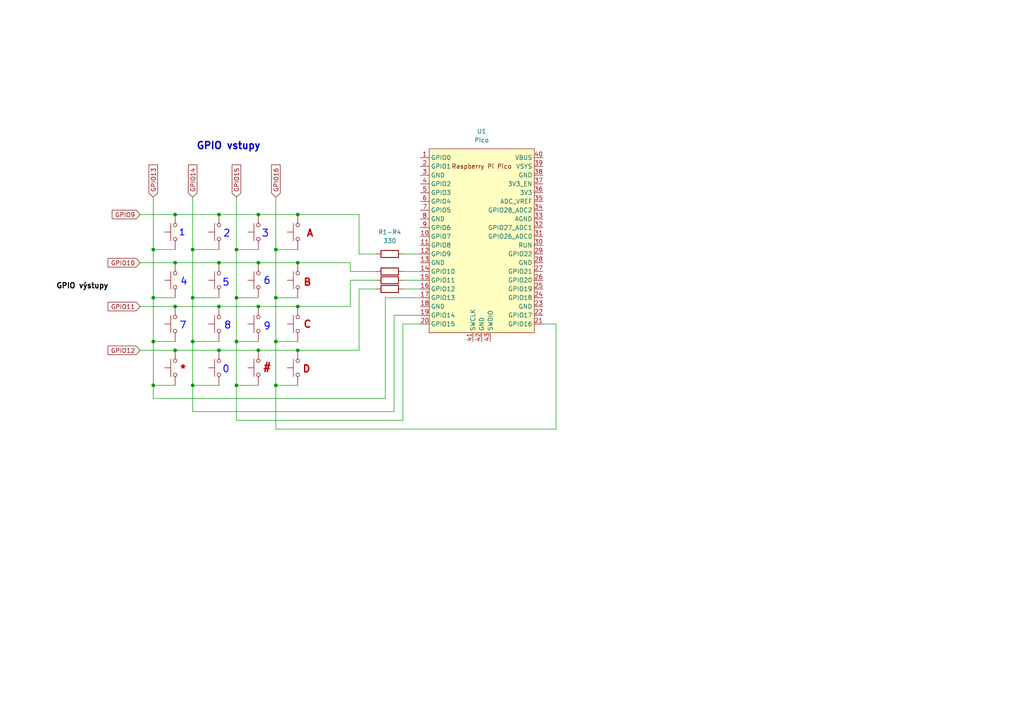
<source format=kicad_sch>
(kicad_sch (version 20231120) (generator "eeschema") (generator_version "8.0")
  (paper "A4")
  (lib_symbols
    (symbol "Device:R" (pin_numbers hide) (pin_names (offset 0))
      (property "Reference" "R" (at 2.032 0 90))
      (property "Value" "R" (at 0 0 90))
      (symbol "R_0_1"
        (rectangle (start -1.016 -2.54) (end 1.016 2.54) (stroke (width 0.254)))
      )
      (symbol "R_1_1"
        (pin passive line (at 0 3.81 270) (length 1.27) (name "~") (number "1"))
        (pin passive line (at 0 -3.81 90) (length 1.27) (name "~") (number "2"))
      )
    )
    (symbol "MCU_RaspberryPi_and_Boards:Pico"
      (property "Reference" "U" (at -13.97 27.94 0))
      (property "Value" "Pico" (at 0 19.05 0))
      (symbol "Pico_0_0"
        (text "Raspberry Pi Pico" (at 0 21.59 0) (effects (font (size 1.27 1.27))))
      )
      (symbol "Pico_0_1"
        (rectangle (start -15.24 26.67) (end 15.24 -26.67) (fill (type background)))
      )
      (symbol "Pico_1_1"
        (pin bidirectional line (at -17.78 24.13 0) (length 2.54) (name "GPIO0") (number "1"))
        (pin bidirectional line (at -17.78 1.27 0) (length 2.54) (name "GPIO7") (number "10"))
        (pin bidirectional line (at -17.78 -1.27 0) (length 2.54) (name "GPIO8") (number "11"))
        (pin bidirectional line (at -17.78 -3.81 0) (length 2.54) (name "GPIO9") (number "12"))
        (pin power_in line (at -17.78 -6.35 0) (length 2.54) (name "GND") (number "13"))
        (pin bidirectional line (at -17.78 -8.89 0) (length 2.54) (name "GPIO10") (number "14"))
        (pin bidirectional line (at -17.78 -11.43 0) (length 2.54) (name "GPIO11") (number "15"))
        (pin bidirectional line (at -17.78 -13.97 0) (length 2.54) (name "GPIO12") (number "16"))
        (pin bidirectional line (at -17.78 -16.51 0) (length 2.54) (name "GPIO13") (number "17"))
        (pin power_in line (at -17.78 -19.05 0) (length 2.54) (name "GND") (number "18"))
        (pin bidirectional line (at -17.78 -21.59 0) (length 2.54) (name "GPIO14") (number "19"))
        (pin bidirectional line (at -17.78 21.59 0) (length 2.54) (name "GPIO1") (number "2"))
        (pin bidirectional line (at -17.78 -24.13 0) (length 2.54) (name "GPIO15") (number "20"))
        (pin bidirectional line (at 17.78 -24.13 180) (length 2.54) (name "GPIO16") (number "21"))
        (pin bidirectional line (at 17.78 -21.59 180) (length 2.54) (name "GPIO17") (number "22"))
        (pin power_in line (at 17.78 -19.05 180) (length 2.54) (name "GND") (number "23"))
        (pin bidirectional line (at 17.78 -16.51 180) (length 2.54) (name "GPIO18") (number "24"))
        (pin bidirectional line (at 17.78 -13.97 180) (length 2.54) (name "GPIO19") (number "25"))
        (pin bidirectional line (at 17.78 -11.43 180) (length 2.54) (name "GPIO20") (number "26"))
        (pin bidirectional line (at 17.78 -8.89 180) (length 2.54) (name "GPIO21") (number "27"))
        (pin power_in line (at 17.78 -6.35 180) (length 2.54) (name "GND") (number "28"))
        (pin bidirectional line (at 17.78 -3.81 180) (length 2.54) (name "GPIO22") (number "29"))
        (pin power_in line (at -17.78 19.05 0) (length 2.54) (name "GND") (number "3"))
        (pin input line (at 17.78 -1.27 180) (length 2.54) (name "RUN") (number "30"))
        (pin bidirectional line (at 17.78 1.27 180) (length 2.54) (name "GPIO26_ADC0") (number "31"))
        (pin bidirectional line (at 17.78 3.81 180) (length 2.54) (name "GPIO27_ADC1") (number "32"))
        (pin power_in line (at 17.78 6.35 180) (length 2.54) (name "AGND") (number "33"))
        (pin bidirectional line (at 17.78 8.89 180) (length 2.54) (name "GPIO28_ADC2") (number "34"))
        (pin power_in line (at 17.78 11.43 180) (length 2.54) (name "ADC_VREF") (number "35"))
        (pin power_in line (at 17.78 13.97 180) (length 2.54) (name "3V3") (number "36"))
        (pin input line (at 17.78 16.51 180) (length 2.54) (name "3V3_EN") (number "37"))
        (pin bidirectional line (at 17.78 19.05 180) (length 2.54) (name "GND") (number "38"))
        (pin power_in line (at 17.78 21.59 180) (length 2.54) (name "VSYS") (number "39"))
        (pin bidirectional line (at -17.78 16.51 0) (length 2.54) (name "GPIO2") (number "4"))
        (pin power_in line (at 17.78 24.13 180) (length 2.54) (name "VBUS") (number "40"))
        (pin input line (at -2.54 -29.21 90) (length 2.54) (name "SWCLK") (number "41"))
        (pin power_in line (at 0 -29.21 90) (length 2.54) (name "GND") (number "42"))
        (pin bidirectional line (at 2.54 -29.21 90) (length 2.54) (name "SWDIO") (number "43"))
        (pin bidirectional line (at -17.78 13.97 0) (length 2.54) (name "GPIO3") (number "5"))
        (pin bidirectional line (at -17.78 11.43 0) (length 2.54) (name "GPIO4") (number "6"))
        (pin bidirectional line (at -17.78 8.89 0) (length 2.54) (name "GPIO5") (number "7"))
        (pin power_in line (at -17.78 6.35 0) (length 2.54) (name "GND") (number "8"))
        (pin bidirectional line (at -17.78 3.81 0) (length 2.54) (name "GPIO6") (number "9"))
      )
    )
    (symbol "Switch:SW_Push" (pin_numbers hide) (pin_names (offset 1.016) hide)
      (property "Reference" "SW" (at 1.27 2.54 0))
      (property "Value" "SW_Push" (at 0 -1.524 0))
      (symbol "SW_Push_0_1"
        (circle (center -2.032 0) (radius 0.508))
        (polyline (pts (xy 0 1.27) (xy 0 3.048)))
        (polyline (pts (xy 2.54 1.27) (xy -2.54 1.27)))
        (circle (center 2.032 0) (radius 0.508))
        (pin passive line (at -5.08 0 0) (length 2.54) (name "1") (number "1"))
        (pin passive line (at 5.08 0 180) (length 2.54) (name "2") (number "2"))
      )
    )
  )
  (junction (at 50.8 62.23))
  (junction (at 80.01 99.06))
  (junction (at 86.36 76.2))
  (junction (at 55.88 111.76))
  (junction (at 50.8 76.2))
  (junction (at 55.88 72.39))
  (junction (at 63.5 101.6))
  (junction (at 74.93 101.6))
  (junction (at 86.36 62.23))
  (junction (at 68.58 99.06))
  (junction (at 86.36 101.6))
  (junction (at 55.88 99.06))
  (junction (at 68.58 86.36))
  (junction (at 80.01 86.36))
  (junction (at 63.5 62.23))
  (junction (at 63.5 76.2))
  (junction (at 80.01 72.39))
  (junction (at 68.58 72.39))
  (junction (at 74.93 62.23))
  (junction (at 44.45 99.06))
  (junction (at 44.45 86.36))
  (junction (at 74.93 88.9))
  (junction (at 80.01 111.76))
  (junction (at 63.5 88.9))
  (junction (at 68.58 111.76))
  (junction (at 44.45 111.76))
  (junction (at 50.8 88.9))
  (junction (at 55.88 86.36))
  (junction (at 86.36 88.9))
  (junction (at 74.93 76.2))
  (junction (at 50.8 101.6))
  (junction (at 44.45 72.39))
  (wire (pts (xy 116.84 93.98) (xy 121.92 93.98)))
  (wire (pts (xy 104.14 73.66) (xy 104.14 62.23)))
  (wire (pts (xy 50.8 101.6) (xy 63.5 101.6)))
  (wire (pts (xy 68.58 86.36) (xy 74.93 86.36)))
  (wire (pts (xy 63.5 101.6) (xy 74.93 101.6)))
  (wire (pts (xy 55.88 72.39) (xy 63.5 72.39)))
  (wire (pts (xy 50.8 76.2) (xy 63.5 76.2)))
  (wire (pts (xy 86.36 76.2) (xy 101.6 76.2)))
  (wire (pts (xy 55.88 111.76) (xy 55.88 119.38)))
  (wire (pts (xy 40.64 88.9) (xy 50.8 88.9)))
  (wire (pts (xy 74.93 101.6) (xy 86.36 101.6)))
  (wire (pts (xy 55.88 72.39) (xy 55.88 86.36)))
  (wire (pts (xy 116.84 73.66) (xy 121.92 73.66)))
  (wire (pts (xy 161.29 93.98) (xy 157.48 93.98)))
  (wire (pts (xy 44.45 111.76) (xy 50.8 111.76)))
  (wire (pts (xy 68.58 111.76) (xy 68.58 121.92)))
  (wire (pts (xy 80.01 86.36) (xy 80.01 99.06)))
  (wire (pts (xy 86.36 101.6) (xy 104.14 101.6)))
  (wire (pts (xy 63.5 76.2) (xy 74.93 76.2)))
  (wire (pts (xy 40.64 76.2) (xy 50.8 76.2)))
  (wire (pts (xy 63.5 62.23) (xy 74.93 62.23)))
  (wire (pts (xy 55.88 119.38) (xy 114.3 119.38)))
  (wire (pts (xy 161.29 124.46) (xy 161.29 93.98)))
  (wire (pts (xy 116.84 121.92) (xy 116.84 93.98)))
  (wire (pts (xy 55.88 57.15) (xy 55.88 72.39)))
  (wire (pts (xy 80.01 111.76) (xy 80.01 124.46)))
  (wire (pts (xy 44.45 72.39) (xy 50.8 72.39)))
  (wire (pts (xy 55.88 99.06) (xy 55.88 111.76)))
  (wire (pts (xy 68.58 111.76) (xy 74.93 111.76)))
  (wire (pts (xy 50.8 62.23) (xy 63.5 62.23)))
  (wire (pts (xy 44.45 86.36) (xy 50.8 86.36)))
  (wire (pts (xy 74.93 76.2) (xy 86.36 76.2)))
  (wire (pts (xy 68.58 99.06) (xy 74.93 99.06)))
  (wire (pts (xy 63.5 88.9) (xy 74.93 88.9)))
  (wire (pts (xy 68.58 57.15) (xy 68.58 72.39)))
  (wire (pts (xy 74.93 88.9) (xy 86.36 88.9)))
  (wire (pts (xy 50.8 88.9) (xy 63.5 88.9)))
  (wire (pts (xy 44.45 57.15) (xy 44.45 72.39)))
  (wire (pts (xy 44.45 111.76) (xy 44.45 115.57)))
  (wire (pts (xy 68.58 86.36) (xy 68.58 99.06)))
  (wire (pts (xy 55.88 86.36) (xy 55.88 99.06)))
  (wire (pts (xy 109.22 73.66) (xy 104.14 73.66)))
  (wire (pts (xy 68.58 121.92) (xy 116.84 121.92)))
  (wire (pts (xy 111.76 86.36) (xy 121.92 86.36)))
  (wire (pts (xy 116.84 83.82) (xy 121.92 83.82)))
  (wire (pts (xy 55.88 86.36) (xy 63.5 86.36)))
  (wire (pts (xy 80.01 111.76) (xy 86.36 111.76)))
  (wire (pts (xy 104.14 101.6) (xy 104.14 83.82)))
  (wire (pts (xy 104.14 83.82) (xy 109.22 83.82)))
  (wire (pts (xy 80.01 124.46) (xy 161.29 124.46)))
  (wire (pts (xy 80.01 99.06) (xy 80.01 111.76)))
  (wire (pts (xy 80.01 72.39) (xy 86.36 72.39)))
  (wire (pts (xy 80.01 99.06) (xy 86.36 99.06)))
  (wire (pts (xy 44.45 72.39) (xy 44.45 86.36)))
  (wire (pts (xy 80.01 57.15) (xy 80.01 72.39)))
  (wire (pts (xy 44.45 86.36) (xy 44.45 99.06)))
  (wire (pts (xy 44.45 99.06) (xy 50.8 99.06)))
  (wire (pts (xy 101.6 81.28) (xy 101.6 88.9)))
  (wire (pts (xy 116.84 81.28) (xy 121.92 81.28)))
  (wire (pts (xy 74.93 62.23) (xy 86.36 62.23)))
  (wire (pts (xy 44.45 115.57) (xy 111.76 115.57)))
  (wire (pts (xy 111.76 115.57) (xy 111.76 86.36)))
  (wire (pts (xy 116.84 78.74) (xy 121.92 78.74)))
  (wire (pts (xy 80.01 86.36) (xy 86.36 86.36)))
  (wire (pts (xy 109.22 78.74) (xy 101.6 78.74)))
  (wire (pts (xy 55.88 99.06) (xy 63.5 99.06)))
  (wire (pts (xy 44.45 99.06) (xy 44.45 111.76)))
  (wire (pts (xy 109.22 81.28) (xy 101.6 81.28)))
  (wire (pts (xy 40.64 101.6) (xy 50.8 101.6)))
  (wire (pts (xy 80.01 72.39) (xy 80.01 86.36)))
  (wire (pts (xy 55.88 111.76) (xy 63.5 111.76)))
  (wire (pts (xy 68.58 99.06) (xy 68.58 111.76)))
  (wire (pts (xy 68.58 72.39) (xy 74.93 72.39)))
  (wire (pts (xy 114.3 119.38) (xy 114.3 91.44)))
  (wire (pts (xy 101.6 78.74) (xy 101.6 76.2)))
  (wire (pts (xy 114.3 91.44) (xy 121.92 91.44)))
  (wire (pts (xy 86.36 88.9) (xy 101.6 88.9)))
  (wire (pts (xy 86.36 62.23) (xy 104.14 62.23)))
  (wire (pts (xy 40.64 62.23) (xy 50.8 62.23)))
  (wire (pts (xy 68.58 72.39) (xy 68.58 86.36)))
  (text "8" (at 66.04 94.488 0) (effects (font (size 2.032 2.032) (thickness 0.254) (bold yes))))
  (text "9" (at 77.47 94.742 0) (effects (font (size 2.032 2.032) (thickness 0.254) (bold yes))))
  (text "GPIO výstupy" (at 23.876 83.058 0) (effects (font (size 1.524 1.524) (bold yes))))
  (text "3" (at 76.962 67.818 0) (effects (font (size 2.032 2.032) (thickness 0.254) (bold yes))))
  (text "*" (at 53.086 107.188 0) (effects (font (size 2.032 2.032) (bold yes))))
  (text "7" (at 53.086 94.488 0) (effects (font (size 2.032 2.032) (thickness 0.254) (bold yes))))
  (text "6" (at 77.47 81.534 0) (effects (font (size 2.032 2.032) (thickness 0.254) (bold yes))))
  (text "2" (at 65.786 67.818 0) (effects (font (size 2.032 2.032) (thickness 0.254) (bold yes))))
  (text "1" (at 52.832 67.564 0) (effects (font (size 1.778 1.778) (thickness 0.254) (bold yes))))
  (text "0" (at 65.532 107.188 0) (effects (font (size 2.032 2.032) (thickness 0.254) (bold yes))))
  (text "GPIO vstupy" (at 66.294 42.418 0) (effects (font (size 2.032 2.032) (bold yes))))
  (text "#" (at 77.47 106.68 0) (effects (font (size 2.032 2.032) (bold yes))))
  (text "C" (at 89.154 94.234 0) (effects (font (size 2.032 2.032) (bold yes))))
  (text "A" (at 89.916 67.818 0) (effects (font (size 2.032 2.032) (bold yes))))
  (text "4" (at 53.34 81.788 0) (effects (font (size 2.032 2.032) (thickness 0.254) (bold yes))))
  (text "5" (at 65.532 82.042 0) (effects (font (size 2.032 2.032) (thickness 0.254) (bold yes))))
  (text "B" (at 89.154 82.042 0) (effects (font (size 2.032 2.032) (bold yes))))
  (text "D" (at 88.9 107.188 0) (effects (font (size 2.032 2.032) (bold yes))))
  (global_label "GPIO14" (shape input) (at 55.88 57.15 90) (property "Intersheetrefs" "${INTERSHEET_REFS}" (effects (hide yes))))
  (global_label "GPIO9" (shape input) (at 40.64 62.23 180) (property "Intersheetrefs" "${INTERSHEET_REFS}" (effects (hide yes))))
  (global_label "GPIO12" (shape input) (at 40.64 101.6 180) (property "Intersheetrefs" "${INTERSHEET_REFS}" (effects (hide yes))))
  (global_label "GPIO16" (shape input) (at 80.01 57.15 90) (property "Intersheetrefs" "${INTERSHEET_REFS}" (effects (hide yes))))
  (global_label "GPIO11" (shape input) (at 40.64 88.9 180) (property "Intersheetrefs" "${INTERSHEET_REFS}" (effects (hide yes))))
  (global_label "GPIO15" (shape input) (at 68.58 57.15 90) (property "Intersheetrefs" "${INTERSHEET_REFS}" (effects (hide yes))))
  (global_label "GPIO10" (shape input) (at 40.64 76.2 180) (property "Intersheetrefs" "${INTERSHEET_REFS}" (effects (hide yes))))
  (global_label "GPIO13" (shape input) (at 44.45 57.15 90) (property "Intersheetrefs" "${INTERSHEET_REFS}" (effects (hide yes))))
  (symbol (lib_id "Switch:SW_Push") (at 50.8 106.68 90) (unit 1)
    (property "Reference" "SW13" (effects (hide yes)))
    (property "Value" "SW_Push" (effects (hide yes)))
    (property "Description" "Push button switch, generic, two pins" (effects (hide yes)))
  )
  (symbol (lib_id "Switch:SW_Push") (at 50.8 81.28 90) (unit 1)
    (property "Reference" "SW5" (effects (hide yes)))
    (property "Value" "SW_Push" (effects (hide yes)))
    (property "Description" "Push button switch, generic, two pins" (effects (hide yes)))
  )
  (symbol (lib_id "Switch:SW_Push") (at 74.93 106.68 90) (unit 1)
    (property "Reference" "SW15" (effects (hide yes)))
    (property "Value" "SW_Push" (effects (hide yes)))
    (property "Description" "Push button switch, generic, two pins" (effects (hide yes)))
  )
  (symbol (lib_id "Switch:SW_Push") (at 86.36 67.31 90) (unit 1)
    (property "Reference" "SW4" (effects (hide yes)))
    (property "Value" "SW_Push" (effects (hide yes)))
    (property "Description" "Push button switch, generic, two pins" (effects (hide yes)))
  )
  (symbol (lib_id "Switch:SW_Push") (at 50.8 93.98 90) (unit 1)
    (property "Reference" "SW9" (effects (hide yes)))
    (property "Value" "SW_Push" (effects (hide yes)))
    (property "Description" "Push button switch, generic, two pins" (effects (hide yes)))
  )
  (symbol (lib_id "Device:R") (at 113.03 83.82 90) (unit 1)
    (property "Reference" "R1-R3" (effects (hide yes)))
    (property "Value" "330" (effects (hide yes)))
    (property "Description" "Resistor" (effects (hide yes)))
  )
  (symbol (lib_id "Switch:SW_Push") (at 63.5 93.98 90) (unit 1)
    (property "Reference" "SW10" (effects (hide yes)))
    (property "Value" "SW_Push" (effects (hide yes)))
    (property "Description" "Push button switch, generic, two pins" (effects (hide yes)))
  )
  (symbol (lib_id "Switch:SW_Push") (at 86.36 93.98 90) (unit 1)
    (property "Reference" "SW12" (effects (hide yes)))
    (property "Value" "SW_Push" (effects (hide yes)))
    (property "Description" "Push button switch, generic, two pins" (effects (hide yes)))
  )
  (symbol (lib_id "Switch:SW_Push") (at 63.5 67.31 90) (unit 1)
    (property "Reference" "SW2" (effects (hide yes)))
    (property "Value" "SW_Push" (effects (hide yes)))
    (property "Description" "Push button switch, generic, two pins" (effects (hide yes)))
  )
  (symbol (lib_id "Switch:SW_Push") (at 63.5 81.28 90) (unit 1)
    (property "Reference" "SW6" (effects (hide yes)))
    (property "Value" "SW_Push" (effects (hide yes)))
    (property "Description" "Push button switch, generic, two pins" (effects (hide yes)))
  )
  (symbol (lib_id "Switch:SW_Push") (at 86.36 81.28 90) (unit 1)
    (property "Reference" "SW8" (effects (hide yes)))
    (property "Value" "SW_Push" (effects (hide yes)))
    (property "Description" "Push button switch, generic, two pins" (effects (hide yes)))
  )
  (symbol (lib_id "Switch:SW_Push") (at 86.36 106.68 90) (unit 1)
    (property "Reference" "SW16" (effects (hide yes)))
    (property "Value" "SW_Push" (effects (hide yes)))
    (property "Description" "Push button switch, generic, two pins" (effects (hide yes)))
  )
  (symbol (lib_id "Device:R") (at 113.03 81.28 90) (unit 1)
    (property "Reference" "R1-R2" (effects (hide yes)))
    (property "Value" "330" (effects (hide yes)))
    (property "Description" "Resistor" (effects (hide yes)))
  )
  (symbol (lib_id "Device:R") (at 113.03 78.74 90) (unit 1)
    (property "Reference" "R1-R1" (effects (hide yes)))
    (property "Value" "330" (effects (hide yes)))
    (property "Description" "Resistor" (effects (hide yes)))
  )
  (symbol (lib_id "Switch:SW_Push") (at 74.93 81.28 90) (unit 1)
    (property "Reference" "SW7" (effects (hide yes)))
    (property "Value" "SW_Push" (effects (hide yes)))
    (property "Description" "Push button switch, generic, two pins" (effects (hide yes)))
  )
  (symbol (lib_id "Switch:SW_Push") (at 63.5 106.68 90) (unit 1)
    (property "Reference" "SW14" (effects (hide yes)))
    (property "Value" "SW_Push" (effects (hide yes)))
    (property "Description" "Push button switch, generic, two pins" (effects (hide yes)))
  )
  (symbol (lib_id "Switch:SW_Push") (at 74.93 67.31 90) (unit 1)
    (property "Reference" "SW3" (effects (hide yes)))
    (property "Value" "SW_Push" (effects (hide yes)))
    (property "Description" "Push button switch, generic, two pins" (effects (hide yes)))
  )
  (symbol (lib_id "Device:R") (at 113.03 73.66 90) (unit 1)
    (property "Reference" "R1-R4" (at 113.03 67.31 90))
    (property "Value" "330" (at 113.03 69.85 90))
    (property "Description" "Resistor" (effects (hide yes)))
  )
  (symbol (lib_id "MCU_RaspberryPi_and_Boards:Pico") (at 139.7 69.85 0) (unit 1)
    (property "Reference" "U1" (at 139.7 38.1 0))
    (property "Value" "Pico" (at 139.7 40.64 0))
    (property "Footprint" "RPi_Pico:RPi_Pico_SMD_TH" (effects (hide yes)))
  )
  (symbol (lib_id "Switch:SW_Push") (at 50.8 67.31 90) (unit 1)
    (property "Reference" "SW1" (effects (hide yes)))
    (property "Value" "SW_Push" (effects (hide yes)))
    (property "Description" "Push button switch, generic, two pins" (effects (hide yes)))
  )
  (symbol (lib_id "Switch:SW_Push") (at 74.93 93.98 90) (unit 1)
    (property "Reference" "SW11" (effects (hide yes)))
    (property "Value" "SW_Push" (effects (hide yes)))
    (property "Description" "Push button switch, generic, two pins" (effects (hide yes)))
  )
)
</source>
